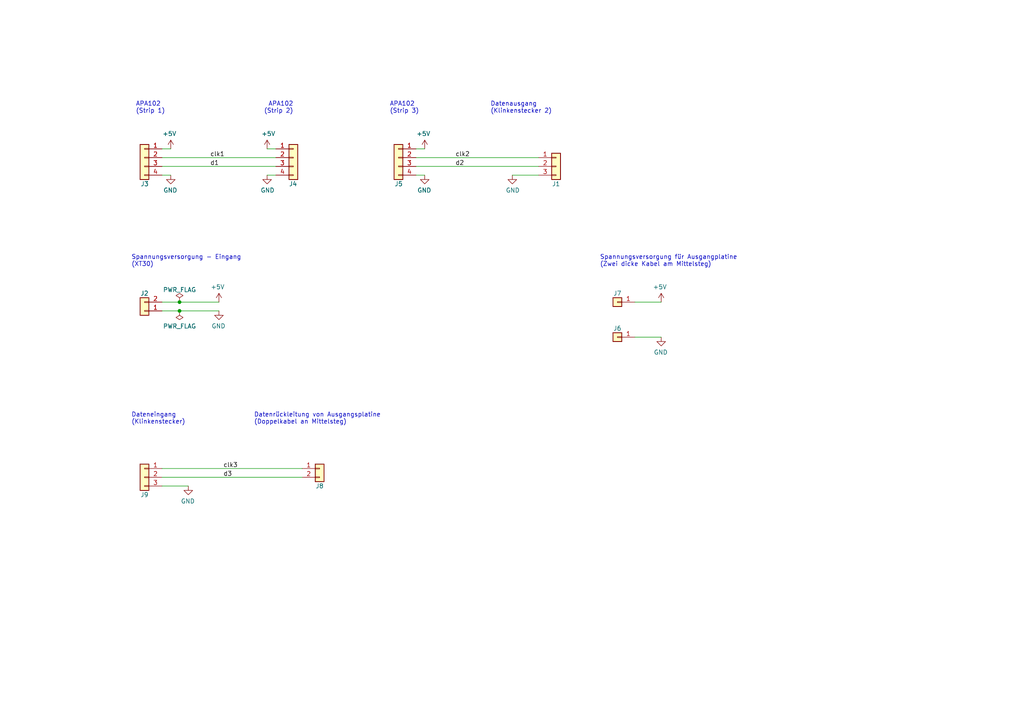
<source format=kicad_sch>
(kicad_sch (version 20211123) (generator eeschema)
  (paper "A4")
  (title_block (title "LightPipe - StripeConnector") (date "2020-02-10") (rev "v0.1.0") (company "CCC Göttingen") (comment 1 "Editor: Hans Achterbahn"))
  (lib_symbols
    (symbol "Connector_Generic:Conn_01x01" (pin_names (offset 1.016) hide)
      (property "Reference" "J" (at 0 2.54 0))
      (property "Value" "Conn_01x01" (at 0 -2.54 0))
      (symbol "Conn_01x01_1_1"
        (rectangle (start -1.27 0.127) (end 0 -0.127) (stroke (width 0.1524)))
        (rectangle (start -1.27 1.27) (end 1.27 -1.27) (stroke (width 0.254)) (fill (type background)))
        (pin passive line (at -5.08 0 0) (length 3.81) (name "Pin_1") (number "1"))
      )
    )
    (symbol "Connector_Generic:Conn_01x02" (pin_names (offset 1.016) hide)
      (property "Reference" "J" (at 0 2.54 0))
      (property "Value" "Conn_01x02" (at 0 -5.08 0))
      (symbol "Conn_01x02_1_1"
        (rectangle (start -1.27 -2.413) (end 0 -2.667) (stroke (width 0.1524)))
        (rectangle (start -1.27 0.127) (end 0 -0.127) (stroke (width 0.1524)))
        (rectangle (start -1.27 1.27) (end 1.27 -3.81) (stroke (width 0.254)) (fill (type background)))
        (pin passive line (at -5.08 0 0) (length 3.81) (name "Pin_1") (number "1"))
        (pin passive line (at -5.08 -2.54 0) (length 3.81) (name "Pin_2") (number "2"))
      )
    )
    (symbol "Connector_Generic:Conn_01x03" (pin_names (offset 1.016) hide)
      (property "Reference" "J" (at 0 5.08 0))
      (property "Value" "Conn_01x03" (at 0 -5.08 0))
      (symbol "Conn_01x03_1_1"
        (rectangle (start -1.27 -2.413) (end 0 -2.667) (stroke (width 0.1524)))
        (rectangle (start -1.27 0.127) (end 0 -0.127) (stroke (width 0.1524)))
        (rectangle (start -1.27 2.667) (end 0 2.413) (stroke (width 0.1524)))
        (rectangle (start -1.27 3.81) (end 1.27 -3.81) (stroke (width 0.254)) (fill (type background)))
        (pin passive line (at -5.08 2.54 0) (length 3.81) (name "Pin_1") (number "1"))
        (pin passive line (at -5.08 0 0) (length 3.81) (name "Pin_2") (number "2"))
        (pin passive line (at -5.08 -2.54 0) (length 3.81) (name "Pin_3") (number "3"))
      )
    )
    (symbol "Connector_Generic:Conn_01x04" (pin_names (offset 1.016) hide)
      (property "Reference" "J" (at 0 5.08 0))
      (property "Value" "Conn_01x04" (at 0 -7.62 0))
      (symbol "Conn_01x04_1_1"
        (rectangle (start -1.27 -4.953) (end 0 -5.207) (stroke (width 0.1524)))
        (rectangle (start -1.27 -2.413) (end 0 -2.667) (stroke (width 0.1524)))
        (rectangle (start -1.27 0.127) (end 0 -0.127) (stroke (width 0.1524)))
        (rectangle (start -1.27 2.667) (end 0 2.413) (stroke (width 0.1524)))
        (rectangle (start -1.27 3.81) (end 1.27 -6.35) (stroke (width 0.254)) (fill (type background)))
        (pin passive line (at -5.08 2.54 0) (length 3.81) (name "Pin_1") (number "1"))
        (pin passive line (at -5.08 0 0) (length 3.81) (name "Pin_2") (number "2"))
        (pin passive line (at -5.08 -2.54 0) (length 3.81) (name "Pin_3") (number "3"))
        (pin passive line (at -5.08 -5.08 0) (length 3.81) (name "Pin_4") (number "4"))
      )
    )
    (symbol "power:+5V" (power) (pin_names (offset 0))
      (property "Value" "+5V" (at 0 3.556 0))
      (symbol "+5V_0_1"
        (polyline (pts (xy -0.762 1.27) (xy 0 2.54)))
        (polyline (pts (xy 0 0) (xy 0 2.54)))
        (polyline (pts (xy 0 2.54) (xy 0.762 1.27)))
      )
      (symbol "+5V_1_1"
        (pin power_in line (at 0 0 90) (length 0) hide (name "+5V") (number "1"))
      )
    )
    (symbol "power:GND" (power) (pin_names (offset 0))
      (property "Value" "GND" (at 0 -3.81 0))
      (symbol "GND_0_1"
        (polyline (pts (xy 0 0) (xy 0 -1.27) (xy 1.27 -1.27) (xy 0 -2.54) (xy -1.27 -1.27) (xy 0 -1.27)))
      )
      (symbol "GND_1_1"
        (pin power_in line (at 0 0 270) (length 0) hide (name "GND") (number "1"))
      )
    )
    (symbol "power:PWR_FLAG" (power) (pin_numbers hide) (pin_names (offset 0) hide)
      (property "Value" "PWR_FLAG" (at 0 3.81 0))
      (symbol "PWR_FLAG_0_0"
        (pin power_out line (at 0 0 90) (length 0) (name "pwr") (number "1"))
      )
      (symbol "PWR_FLAG_0_1"
        (polyline (pts (xy 0 0) (xy 0 1.27) (xy -1.016 1.905) (xy 0 2.54) (xy 1.016 1.905) (xy 0 1.27)))
      )
    )
  )
  (junction (at 52.07 90.17))
  (junction (at 52.07 87.63))
  (wire (pts (xy 63.5 90.17) (xy 52.07 90.17)))
  (wire (pts (xy 123.19 43.18) (xy 120.65 43.18)))
  (wire (pts (xy 46.99 135.89) (xy 87.63 135.89)))
  (wire (pts (xy 46.99 90.17) (xy 52.07 90.17)))
  (wire (pts (xy 46.99 87.63) (xy 52.07 87.63)))
  (wire (pts (xy 46.99 138.43) (xy 87.63 138.43)))
  (wire (pts (xy 120.65 48.26) (xy 156.21 48.26)))
  (wire (pts (xy 54.61 140.97) (xy 46.99 140.97)))
  (wire (pts (xy 120.65 45.72) (xy 156.21 45.72)))
  (wire (pts (xy 191.77 97.79) (xy 184.15 97.79)))
  (wire (pts (xy 63.5 87.63) (xy 52.07 87.63)))
  (wire (pts (xy 46.99 50.8) (xy 49.53 50.8)))
  (wire (pts (xy 49.53 43.18) (xy 46.99 43.18)))
  (wire (pts (xy 46.99 48.26) (xy 80.01 48.26)))
  (wire (pts (xy 77.47 43.18) (xy 80.01 43.18)))
  (wire (pts (xy 46.99 45.72) (xy 80.01 45.72)))
  (wire (pts (xy 80.01 50.8) (xy 77.47 50.8)))
  (wire (pts (xy 120.65 50.8) (xy 123.19 50.8)))
  (wire (pts (xy 191.77 87.63) (xy 184.15 87.63)))
  (wire (pts (xy 148.59 50.8) (xy 156.21 50.8)))
  (text "Dateneingang\n(Klinkenstecker)" (at 38.1 123.19 0) (effects (font (size 1.27 1.27)) (justify left bottom)))
  (text "APA102\n(Strip 3)" (at 113.03 33.02 0) (effects (font (size 1.27 1.27)) (justify left bottom)))
  (text "APA102\n(Strip 1)" (at 39.37 33.02 0) (effects (font (size 1.27 1.27)) (justify left bottom)))
  (text "Datenrückleitung von Ausgangsplatine\n(Doppelkabel an Mittelsteg)" (at 73.66 123.19 0) (effects (font (size 1.27 1.27)) (justify left bottom)))
  (text "Datenausgang\n(Klinkenstecker 2)" (at 142.24 33.02 0) (effects (font (size 1.27 1.27)) (justify left bottom)))
  (text "APA102\n(Strip 2)" (at 85.09 33.02 180) (effects (font (size 1.27 1.27)) (justify right bottom)))
  (text "Spannungsversorgung für Ausgangplatine\n(Zwei dicke Kabel am Mittelsteg)" (at 173.99 77.47 0) (effects (font (size 1.27 1.27)) (justify left bottom)))
  (text "Spannungsversorgung - Eingang\n(XT30)" (at 38.1 77.47 0) (effects (font (size 1.27 1.27)) (justify left bottom)))
  (label "clk1" (at 60.96 45.72 0))
  (label "d3" (at 64.77 138.43 0))
  (label "d2" (at 132.08 48.26 0))
  (label "clk2" (at 132.08 45.72 0))
  (label "clk3" (at 64.77 135.89 0))
  (label "d1" (at 60.96 48.26 0))
  (symbol (lib_id "power:+5V") (at 191.77 87.63 0) (mirror y) (unit 1)
    (property "Reference" "#PWR0101" (effects hide))
    (property "Value" "+5V" (at 191.389 83.2358 0))
  )
  (symbol (lib_id "power:+5V") (at 49.53 43.18 0) (mirror y) (unit 1)
    (property "Reference" "#PWR0102" (effects hide))
    (property "Value" "+5V" (at 49.149 38.7858 0))
  )
  (symbol (lib_id "power:+5V") (at 77.47 43.18 0) (unit 1)
    (property "Reference" "#PWR0103" (effects hide))
    (property "Value" "+5V" (at 77.851 38.7858 0))
  )
  (symbol (lib_id "power:+5V") (at 123.19 43.18 0) (mirror y) (unit 1)
    (property "Reference" "#PWR0104" (effects hide))
    (property "Value" "+5V" (at 122.809 38.7858 0))
  )
  (symbol (lib_id "power:GND") (at 54.61 140.97 0) (mirror y) (unit 1)
    (property "Reference" "#PWR0105" (effects hide))
    (property "Value" "GND" (at 54.483 145.3642 0))
  )
  (symbol (lib_id "power:GND") (at 77.47 50.8 0) (unit 1)
    (property "Reference" "#PWR0106" (effects hide))
    (property "Value" "GND" (at 77.597 55.1942 0))
  )
  (symbol (lib_id "power:GND") (at 123.19 50.8 0) (mirror y) (unit 1)
    (property "Reference" "#PWR0107" (effects hide))
    (property "Value" "GND" (at 123.063 55.1942 0))
  )
  (symbol (lib_id "power:GND") (at 191.77 97.79 0) (mirror y) (unit 1)
    (property "Reference" "#PWR0108" (effects hide))
    (property "Value" "GND" (at 191.643 102.1842 0))
  )
  (symbol (lib_id "Connector_Generic:Conn_01x03") (at 161.29 48.26 0) (unit 1)
    (property "Reference" "J1" (at 161.29 53.34 0))
    (property "Value" "Conn_01x03" (effects hide))
    (property "Footprint" "h8-Connectors:Lumberg-KLB-4-Klinkensteckverbinder-3_5" (effects hide))
  )
  (symbol (lib_id "Connector_Generic:Conn_01x03") (at 41.91 138.43 0) (mirror y) (unit 1)
    (property "Reference" "J9" (at 41.91 143.51 0))
    (property "Value" "Conn_01x03" (effects hide))
    (property "Footprint" "h8-Connectors:Lumberg-KLB-4-Klinkensteckverbinder-3_5" (effects hide))
  )
  (symbol (lib_id "Connector_Generic:Conn_01x02") (at 41.91 90.17 180) (unit 1)
    (property "Reference" "J2" (at 41.91 85.09 0))
    (property "Value" "Conn_01x02" (effects hide))
    (property "Footprint" "h8-Connectors:XT30" (effects hide))
  )
  (symbol (lib_id "Connector_Generic:Conn_01x01") (at 179.07 97.79 180) (unit 1)
    (property "Reference" "J6" (at 179.07 95.25 0))
    (property "Value" "Conn_01x01" (effects hide))
    (property "Footprint" "Connector_Wire:SolderWire-0.15sqmm_1x01_D0.5mm_OD1.5mm" (effects hide))
  )
  (symbol (lib_id "Connector_Generic:Conn_01x01") (at 179.07 87.63 180) (unit 1)
    (property "Reference" "J7" (at 179.07 85.09 0))
    (property "Value" "Conn_01x01" (effects hide))
    (property "Footprint" "Connector_Wire:SolderWire-0.15sqmm_1x01_D0.5mm_OD1.5mm" (effects hide))
  )
  (symbol (lib_id "Connector_Generic:Conn_01x04") (at 115.57 45.72 0) (mirror y) (unit 1)
    (property "Reference" "J5" (at 116.84 53.34 0) (effects (justify left)))
    (property "Value" "Conn_01x04" (effects hide))
    (property "Footprint" "h8-Connectors:APA102-Strip-Output" (effects hide))
  )
  (symbol (lib_id "Connector_Generic:Conn_01x04") (at 85.09 45.72 0) (unit 1)
    (property "Reference" "J4" (at 83.82 53.34 0) (effects (justify left)))
    (property "Value" "Conn_01x04" (effects hide))
    (property "Footprint" "h8-Connectors:APA102-Strip-Input" (effects hide))
  )
  (symbol (lib_id "Connector_Generic:Conn_01x04") (at 41.91 45.72 0) (mirror y) (unit 1)
    (property "Reference" "J3" (at 43.18 53.34 0) (effects (justify left)))
    (property "Value" "Conn_01x04" (effects hide))
    (property "Footprint" "h8-Connectors:APA102-Strip-Output" (effects hide))
  )
  (symbol (lib_id "power:GND") (at 49.53 50.8 0) (mirror y) (unit 1)
    (property "Reference" "#PWR03" (effects hide))
    (property "Value" "GND" (at 49.403 55.1942 0))
  )
  (symbol (lib_id "power:GND") (at 148.59 50.8 0) (unit 1)
    (property "Reference" "#PWR04" (effects hide))
    (property "Value" "GND" (at 148.717 55.1942 0))
  )
  (symbol (lib_id "power:GND") (at 63.5 90.17 0) (mirror y) (unit 1)
    (property "Reference" "#PWR02" (effects hide))
    (property "Value" "GND" (at 63.373 94.5642 0))
  )
  (symbol (lib_id "power:+5V") (at 63.5 87.63 0) (mirror y) (unit 1)
    (property "Reference" "#PWR01" (effects hide))
    (property "Value" "+5V" (at 63.119 83.2358 0))
  )
  (symbol (lib_id "Connector_Generic:Conn_01x02") (at 92.71 135.89 0) (unit 1)
    (property "Reference" "J8" (at 92.71 140.97 0))
    (property "Value" "Conn_01x02" (effects hide))
    (property "Footprint" "Connector_PinHeader_2.00mm:PinHeader_1x02_P2.00mm_Vertical" (effects hide))
  )
  (symbol (lib_id "power:PWR_FLAG") (at 52.07 90.17 180) (unit 1)
    (property "Reference" "#FLG0101" (effects hide))
    (property "Value" "PWR_FLAG" (at 52.07 94.6134 0))
  )
  (symbol (lib_id "power:PWR_FLAG") (at 52.07 87.63 0) (unit 1)
    (property "Reference" "#FLG0102" (effects hide))
    (property "Value" "PWR_FLAG" (at 52.07 84.0542 0))
  )
)
</source>
